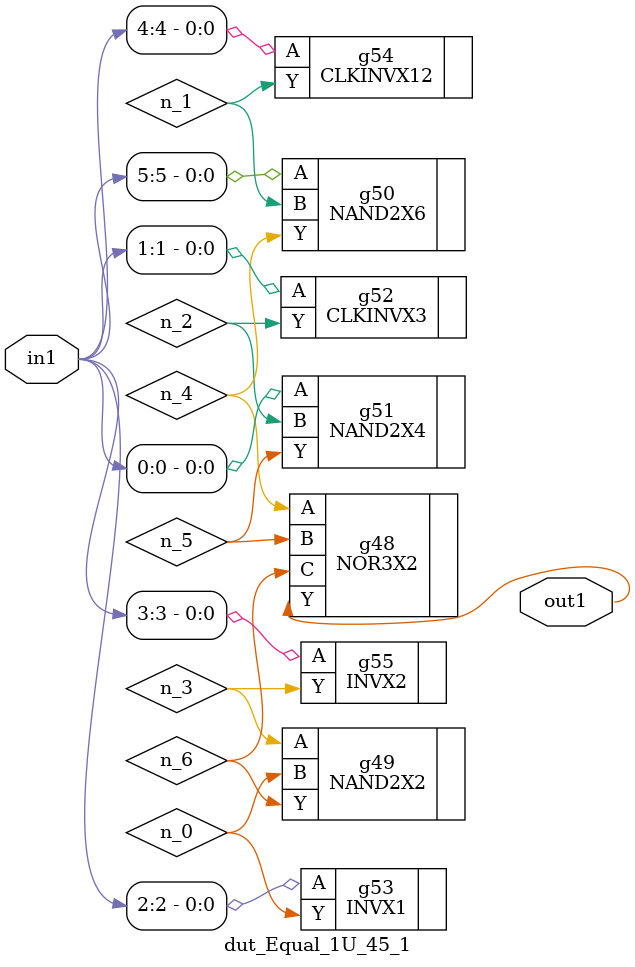
<source format=v>
`timescale 1ps / 1ps


module dut_Equal_1U_45_1(in1, out1);
  input [5:0] in1;
  output out1;
  wire [5:0] in1;
  wire out1;
  wire n_0, n_1, n_2, n_3, n_4, n_5, n_6;
  NOR3X2 g48(.A (n_4), .B (n_5), .C (n_6), .Y (out1));
  NAND2X2 g49(.A (n_3), .B (n_0), .Y (n_6));
  NAND2X4 g51(.A (in1[0]), .B (n_2), .Y (n_5));
  NAND2X6 g50(.A (in1[5]), .B (n_1), .Y (n_4));
  INVX2 g55(.A (in1[3]), .Y (n_3));
  CLKINVX3 g52(.A (in1[1]), .Y (n_2));
  CLKINVX12 g54(.A (in1[4]), .Y (n_1));
  INVX1 g53(.A (in1[2]), .Y (n_0));
endmodule



</source>
